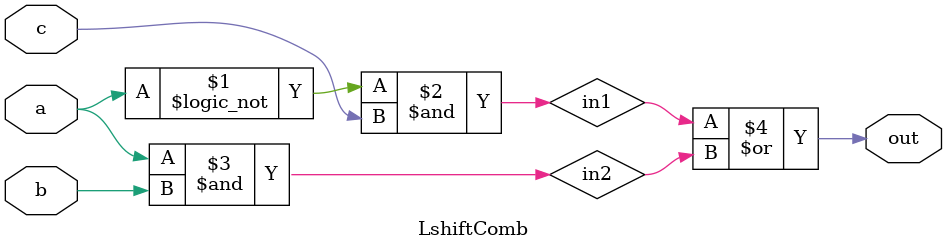
<source format=v>
/*
CO224: Computer Architecture 
Lab 05: Part-5				 
The Sub Module LshiftComb			 
Group - 12					 
*/

// LshiftComb module definition
module LshiftComb(out, a, b, c);

    // Begin port declaration
    input a, b, c;      // Declare inputs

    output out;         // Declare output
    // End of port declaration

    // Wires for intermediate outputs
    wire in1, in2;

    // Getting result using gate level modeling
    and (in1, !a, c);
    and (in2, a, b);
    or (out, in1, in2);

endmodule

</source>
